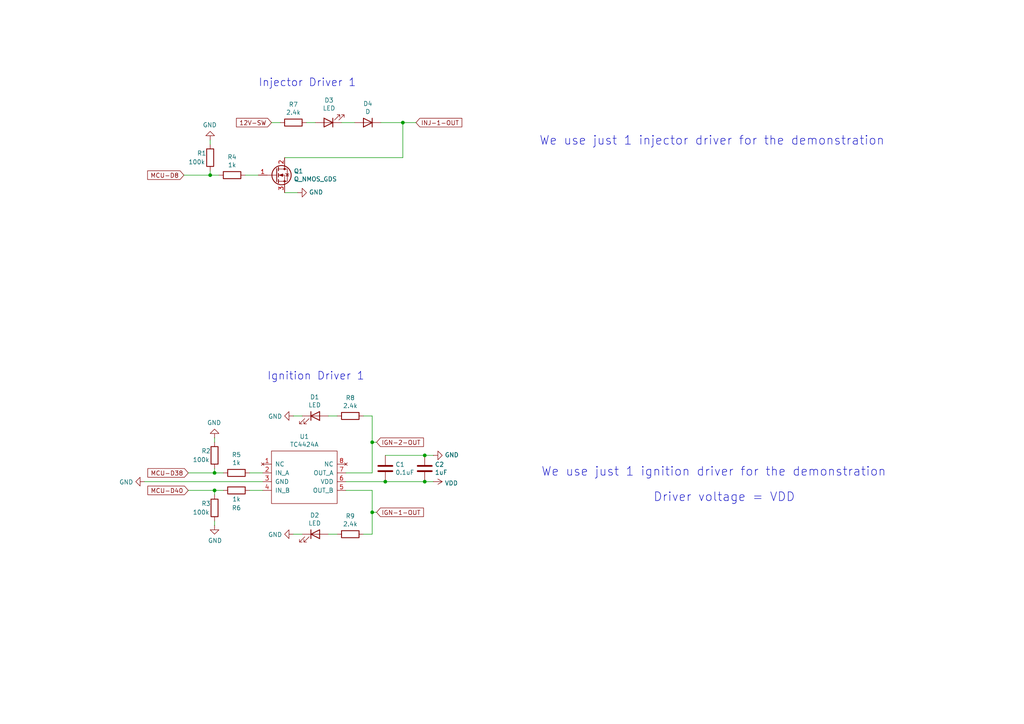
<source format=kicad_sch>
(kicad_sch (version 20231120) (generator "eeschema") (generator_version "8.0")
  (paper "A4")
  (lib_symbols
    (symbol "Device:C" (pin_numbers hide) (pin_names (offset 0.254))
      (property "Reference" "C" (at 0.635 2.54 0))
      (property "Value" "C" (at 0.635 -2.54 0))
      (symbol "C_0_1"
        (polyline (pts (xy -2.032 -0.762) (xy 2.032 -0.762)) (stroke (width 0.508)))
        (polyline (pts (xy -2.032 0.762) (xy 2.032 0.762)) (stroke (width 0.508)))
      )
      (symbol "C_1_1"
        (pin passive line (at 0 3.81 270) (length 2.794) (name "~") (number "1"))
        (pin passive line (at 0 -3.81 90) (length 2.794) (name "~") (number "2"))
      )
    )
    (symbol "Device:D" (pin_numbers hide) (pin_names (offset 1.016) hide)
      (property "Reference" "D" (at 0 2.54 0))
      (property "Value" "D" (at 0 -2.54 0))
      (symbol "D_0_1"
        (polyline (pts (xy -1.27 1.27) (xy -1.27 -1.27)) (stroke (width 0.254)))
        (polyline (pts (xy 1.27 0) (xy -1.27 0)))
        (polyline (pts (xy 1.27 1.27) (xy 1.27 -1.27) (xy -1.27 0) (xy 1.27 1.27)) (stroke (width 0.254)))
      )
      (symbol "D_1_1"
        (pin passive line (at -3.81 0 0) (length 2.54) (name "K") (number "1"))
        (pin passive line (at 3.81 0 180) (length 2.54) (name "A") (number "2"))
      )
    )
    (symbol "Device:LED" (pin_numbers hide) (pin_names (offset 1.016) hide)
      (property "Reference" "D" (at 0 2.54 0))
      (property "Value" "LED" (at 0 -2.54 0))
      (symbol "LED_0_1"
        (polyline (pts (xy -1.27 -1.27) (xy -1.27 1.27)) (stroke (width 0.254)))
        (polyline (pts (xy -1.27 0) (xy 1.27 0)))
        (polyline (pts (xy 1.27 -1.27) (xy 1.27 1.27) (xy -1.27 0) (xy 1.27 -1.27)) (stroke (width 0.254)))
        (polyline (pts (xy -3.048 -0.762) (xy -4.572 -2.286) (xy -3.81 -2.286) (xy -4.572 -2.286) (xy -4.572 -1.524)))
        (polyline (pts (xy -1.778 -0.762) (xy -3.302 -2.286) (xy -2.54 -2.286) (xy -3.302 -2.286) (xy -3.302 -1.524)))
      )
      (symbol "LED_1_1"
        (pin passive line (at -3.81 0 0) (length 2.54) (name "K") (number "1"))
        (pin passive line (at 3.81 0 180) (length 2.54) (name "A") (number "2"))
      )
    )
    (symbol "Device:Q_NMOS_GDS" (pin_names (offset 0) hide)
      (property "Reference" "Q" (at 5.08 1.27 0))
      (property "Value" "Q_NMOS_GDS" (at 5.08 -1.27 0))
      (symbol "Q_NMOS_GDS_0_1"
        (polyline (pts (xy 0.254 0) (xy -2.54 0)))
        (polyline (pts (xy 0.254 1.905) (xy 0.254 -1.905)) (stroke (width 0.254)))
        (polyline (pts (xy 0.762 -1.27) (xy 0.762 -2.286)) (stroke (width 0.254)))
        (polyline (pts (xy 0.762 0.508) (xy 0.762 -0.508)) (stroke (width 0.254)))
        (polyline (pts (xy 0.762 2.286) (xy 0.762 1.27)) (stroke (width 0.254)))
        (polyline (pts (xy 2.54 2.54) (xy 2.54 1.778)))
        (polyline (pts (xy 2.54 -2.54) (xy 2.54 0) (xy 0.762 0)))
        (polyline (pts (xy 0.762 -1.778) (xy 3.302 -1.778) (xy 3.302 1.778) (xy 0.762 1.778)))
        (polyline (pts (xy 1.016 0) (xy 2.032 0.381) (xy 2.032 -0.381) (xy 1.016 0)) (fill (type outline)))
        (polyline (pts (xy 2.794 0.508) (xy 2.921 0.381) (xy 3.683 0.381) (xy 3.81 0.254)))
        (polyline (pts (xy 3.302 0.381) (xy 2.921 -0.254) (xy 3.683 -0.254) (xy 3.302 0.381)))
        (circle (center 1.651 0) (radius 2.794) (stroke (width 0.254)))
        (circle (center 2.54 -1.778) (radius 0.254) (fill (type outline)))
        (circle (center 2.54 1.778) (radius 0.254) (fill (type outline)))
      )
      (symbol "Q_NMOS_GDS_1_1"
        (pin input line (at -5.08 0 0) (length 2.54) (name "G") (number "1"))
        (pin passive line (at 2.54 5.08 270) (length 2.54) (name "D") (number "2"))
        (pin passive line (at 2.54 -5.08 90) (length 2.54) (name "S") (number "3"))
      )
    )
    (symbol "Device:R" (pin_numbers hide) (pin_names (offset 0))
      (property "Reference" "R" (at 2.032 0 90))
      (property "Value" "R" (at 0 0 90))
      (symbol "R_0_1"
        (rectangle (start -1.016 -2.54) (end 1.016 2.54) (stroke (width 0.254)))
      )
      (symbol "R_1_1"
        (pin passive line (at 0 3.81 270) (length 1.27) (name "~") (number "1"))
        (pin passive line (at 0 -3.81 90) (length 1.27) (name "~") (number "2"))
      )
    )
    (symbol "IC_Automotive:TC4424A" (pin_names (offset 1.016))
      (property "Reference" "U" (at -7.62 38.1 0))
      (property "Value" "IC_Automotive_TC4424A" (at -15.24 38.1 0))
      (symbol "TC4424A_0_1"
        (rectangle (start -25.4 36.83) (end -6.35 21.59))
      )
      (symbol "TC4424A_1_1"
        (pin no_connect line (at -27.94 33.02 0) (length 2.54) (name "NC") (number "1"))
        (pin input line (at -27.94 30.48 0) (length 2.54) (name "IN_A") (number "2"))
        (pin power_in line (at -27.94 27.94 0) (length 2.54) (name "GND") (number "3"))
        (pin input line (at -27.94 25.4 0) (length 2.54) (name "IN_B") (number "4"))
        (pin input line (at -3.81 25.4 180) (length 2.54) (name "OUT_B") (number "5"))
        (pin power_in line (at -3.81 27.94 180) (length 2.54) (name "VDD") (number "6"))
        (pin output line (at -3.81 30.48 180) (length 2.54) (name "OUT_A") (number "7"))
        (pin no_connect line (at -3.81 33.02 180) (length 2.54) (name "NC") (number "8"))
      )
    )
    (symbol "power:GND" (power) (pin_numbers hide) (pin_names (offset 0) hide)
      (property "Value" "GND" (at 0 -3.81 0))
      (symbol "GND_0_1"
        (polyline (pts (xy 0 0) (xy 0 -1.27) (xy 1.27 -1.27) (xy 0 -2.54) (xy -1.27 -1.27) (xy 0 -1.27)))
      )
      (symbol "GND_1_1"
        (pin power_in line (at 0 0 270) (length 0) (name "~") (number "1"))
      )
    )
    (symbol "power:VDD" (power) (pin_numbers hide) (pin_names (offset 0) hide)
      (property "Value" "VDD" (at 0 3.556 0))
      (symbol "VDD_0_1"
        (polyline (pts (xy -0.762 1.27) (xy 0 2.54)))
        (polyline (pts (xy 0 0) (xy 0 2.54)))
        (polyline (pts (xy 0 2.54) (xy 0.762 1.27)))
      )
      (symbol "VDD_1_1"
        (pin power_in line (at 0 0 90) (length 0) (name "~") (number "1"))
      )
    )
  )
  (junction (at 123.19 132.08))
  (junction (at 123.19 139.7))
  (junction (at 107.95 148.59))
  (junction (at 62.23 142.24))
  (junction (at 60.96 50.8))
  (junction (at 116.84 35.56))
  (junction (at 107.95 128.27))
  (junction (at 111.76 139.7))
  (junction (at 62.23 137.16))
  (wire (pts (xy 107.95 148.59) (xy 107.95 142.24)))
  (wire (pts (xy 72.39 137.16) (xy 76.2 137.16)))
  (wire (pts (xy 62.23 137.16) (xy 64.77 137.16)))
  (wire (pts (xy 107.95 142.24) (xy 100.33 142.24)))
  (wire (pts (xy 107.95 128.27) (xy 107.95 137.16)))
  (wire (pts (xy 120.65 35.56) (xy 116.84 35.56)))
  (wire (pts (xy 60.96 41.91) (xy 60.96 40.64)))
  (wire (pts (xy 62.23 135.89) (xy 62.23 137.16)))
  (wire (pts (xy 76.2 139.7) (xy 41.91 139.7)))
  (wire (pts (xy 85.09 120.65) (xy 87.63 120.65)))
  (wire (pts (xy 109.22 148.59) (xy 107.95 148.59)))
  (wire (pts (xy 53.34 50.8) (xy 60.96 50.8)))
  (wire (pts (xy 60.96 49.53) (xy 60.96 50.8)))
  (wire (pts (xy 82.55 45.72) (xy 116.84 45.72)))
  (wire (pts (xy 116.84 45.72) (xy 116.84 35.56)))
  (wire (pts (xy 123.19 139.7) (xy 111.76 139.7)))
  (wire (pts (xy 64.77 142.24) (xy 62.23 142.24)))
  (wire (pts (xy 123.19 132.08) (xy 111.76 132.08)))
  (wire (pts (xy 85.09 154.94) (xy 87.63 154.94)))
  (wire (pts (xy 54.61 142.24) (xy 62.23 142.24)))
  (wire (pts (xy 105.41 120.65) (xy 107.95 120.65)))
  (wire (pts (xy 125.73 132.08) (xy 123.19 132.08)))
  (wire (pts (xy 60.96 50.8) (xy 63.5 50.8)))
  (wire (pts (xy 99.06 35.56) (xy 102.87 35.56)))
  (wire (pts (xy 95.25 154.94) (xy 97.79 154.94)))
  (wire (pts (xy 111.76 139.7) (xy 100.33 139.7)))
  (wire (pts (xy 82.55 55.88) (xy 86.36 55.88)))
  (wire (pts (xy 62.23 152.4) (xy 62.23 151.13)))
  (wire (pts (xy 71.12 50.8) (xy 74.93 50.8)))
  (wire (pts (xy 105.41 154.94) (xy 107.95 154.94)))
  (wire (pts (xy 107.95 154.94) (xy 107.95 148.59)))
  (wire (pts (xy 54.61 137.16) (xy 62.23 137.16)))
  (wire (pts (xy 78.74 35.56) (xy 81.28 35.56)))
  (wire (pts (xy 109.22 128.27) (xy 107.95 128.27)))
  (wire (pts (xy 95.25 120.65) (xy 97.79 120.65)))
  (wire (pts (xy 62.23 128.27) (xy 62.23 127)))
  (wire (pts (xy 125.73 139.7) (xy 123.19 139.7)))
  (wire (pts (xy 88.9 35.56) (xy 91.44 35.56)))
  (wire (pts (xy 107.95 137.16) (xy 100.33 137.16)))
  (wire (pts (xy 107.95 120.65) (xy 107.95 128.27)))
  (wire (pts (xy 62.23 142.24) (xy 62.23 143.51)))
  (wire (pts (xy 72.39 142.24) (xy 76.2 142.24)))
  (wire (pts (xy 110.49 35.56) (xy 116.84 35.56)))
  (text "Ignition Driver 1" (at 77.47 110.49 0) (effects (font (size 2.2606 2.2606)) (justify left bottom)))
  (text "We use just 1 injector driver for the demonstration" (at 206.502 40.894 0) (effects (font (size 2.54 2.54))))
  (text "We use just 1 ignition driver for the demonstration" (at 207.01 136.906 0) (effects (font (size 2.54 2.54))))
  (text "Injector Driver 1" (at 74.93 25.4 0) (effects (font (size 2.2606 2.2606)) (justify left bottom)))
  (text "Driver voltage = VDD" (at 210.058 144.272 0) (effects (font (size 2.54 2.54))))
  (global_label "IGN-1-OUT" (shape input) (at 109.22 148.59 0) (property "Intersheetrefs" "${INTERSHEET_REFS}" (effects (hide yes))))
  (global_label "MCU-D8" (shape input) (at 53.34 50.8 180) (property "Intersheetrefs" "${INTERSHEET_REFS}" (effects (hide yes))))
  (global_label "12V-SW" (shape input) (at 78.74 35.56 180) (property "Intersheetrefs" "${INTERSHEET_REFS}" (effects (hide yes))))
  (global_label "MCU-D40" (shape input) (at 54.61 142.24 180) (property "Intersheetrefs" "${INTERSHEET_REFS}" (effects (hide yes))))
  (global_label "INJ-1-OUT" (shape input) (at 120.65 35.56 0) (property "Intersheetrefs" "${INTERSHEET_REFS}" (effects (hide yes))))
  (global_label "IGN-2-OUT" (shape input) (at 109.22 128.27 0) (property "Intersheetrefs" "${INTERSHEET_REFS}" (effects (hide yes))))
  (global_label "MCU-D38" (shape input) (at 54.61 137.16 180) (property "Intersheetrefs" "${INTERSHEET_REFS}" (effects (hide yes))))
  (symbol (lib_id "Device:R") (at 68.58 142.24 270) (unit 1)
    (property "Reference" "R6" (at 68.58 147.32 90))
    (property "Value" "1k" (at 68.58 144.78 90))
    (property "Footprint" "Resistor_THT:R_Axial_DIN0204_L3.6mm_D1.6mm_P5.08mm_Horizontal" (effects (hide yes)))
    (property "Digikey Part Number" "BC1.00KXCT-ND" (effects (hide yes)))
    (property "Manufacturer_Name" "Vishay" (effects (hide yes)))
    (property "Manufacturer_Part_Number" "MBA02040C1001FRP00" (effects (hide yes)))
  )
  (symbol (lib_id "Device:Q_NMOS_GDS") (at 80.01 50.8 0) (unit 1)
    (property "Reference" "Q1" (at 85.1916 49.6316 0) (effects (justify left)))
    (property "Value" "Q_NMOS_GDS" (at 85.1916 51.943 0) (effects (justify left)))
    (property "Footprint" "Package_TO_SOT_THT:TO-220-3_Horizontal_TabDown" (effects (hide yes)))
    (property "Digikey Part Number" "497-5896-5-ND" (effects (hide yes)))
    (property "Manufacturer_Name" "ST" (effects (hide yes)))
    (property "Manufacturer_Part_Number" "STP62NS04Z" (effects (hide yes)))
  )
  (symbol (lib_id "Device:LED") (at 95.25 35.56 180) (unit 1)
    (property "Reference" "D3" (at 95.4278 29.083 0))
    (property "Value" "LED" (at 95.4278 31.3944 0))
    (property "Footprint" "LED_THT:LED_D3.0mm" (effects (hide yes)))
    (property "Digikey Part Number" "732-5005-ND" (effects (hide yes)))
    (property "Manufacturer_Name" "Wurth" (effects (hide yes)))
    (property "Manufacturer_Part_Number" "151031SS04000" (effects (hide yes)))
    (property "URL" "https://www.digikey.com.au/product-detail/en/w%C3%BCrth-elektronik/151031SS04000/732-5005-ND/4489979" (effects (hide yes)))
  )
  (symbol (lib_id "Device:LED") (at 91.44 154.94 0) (unit 1)
    (property "Reference" "D2" (at 91.2622 149.4536 0))
    (property "Value" "LED" (at 91.2622 151.765 0))
    (property "Footprint" "LED_THT:LED_D3.0mm" (effects (hide yes)))
    (property "Digikey Part Number" "732-5005-ND" (effects (hide yes)))
    (property "Manufacturer_Name" "Wurth" (effects (hide yes)))
    (property "Manufacturer_Part_Number" "151031SS04000" (effects (hide yes)))
    (property "URL" "https://www.digikey.com.au/product-detail/en/w%C3%BCrth-elektronik/151031SS04000/732-5005-ND/4489979" (effects (hide yes)))
  )
  (symbol (lib_id "Device:R") (at 60.96 45.72 180) (unit 1)
    (property "Reference" "R1" (at 57.15 44.45 0) (effects (justify right)))
    (property "Value" "100k" (at 54.61 46.99 0) (effects (justify right)))
    (property "Footprint" "Resistor_THT:R_Axial_DIN0204_L3.6mm_D1.6mm_P5.08mm_Horizontal" (effects (hide yes)))
    (property "Digikey Part Number" "BC3240CT-ND" (effects (hide yes)))
    (property "Manufacturer_Name" "Vishay" (effects (hide yes)))
    (property "Manufacturer_Part_Number" "MBA02040C1003FCT00" (effects (hide yes)))
    (property "URL" "https://www.digikey.com.au/product-detail/en/vishay-beyschlag-draloric-bc-components/MBA02040C1003FCT00/BC3240CT-ND/6138743" (effects (hide yes)))
  )
  (symbol (lib_id "Device:R") (at 62.23 132.08 180) (unit 1)
    (property "Reference" "R2" (at 58.42 130.81 0) (effects (justify right)))
    (property "Value" "100k" (at 55.88 133.35 0) (effects (justify right)))
    (property "Footprint" "Resistor_THT:R_Axial_DIN0204_L3.6mm_D1.6mm_P5.08mm_Horizontal" (effects (hide yes)))
    (property "Digikey Part Number" "BC3240CT-ND" (effects (hide yes)))
    (property "Manufacturer_Name" "Vishay" (effects (hide yes)))
    (property "Manufacturer_Part_Number" "MBA02040C1003FCT00" (effects (hide yes)))
    (property "URL" "https://www.digikey.com.au/product-detail/en/vishay-beyschlag-draloric-bc-components/MBA02040C1003FCT00/BC3240CT-ND/6138743" (effects (hide yes)))
  )
  (symbol (lib_id "power:GND") (at 62.23 152.4 0) (unit 1)
    (property "Reference" "#PWR06" (effects (hide yes)))
    (property "Value" "GND" (at 62.357 156.7942 0))
  )
  (symbol (lib_id "Device:R") (at 85.09 35.56 270) (unit 1)
    (property "Reference" "R7" (at 85.09 30.3022 90))
    (property "Value" "2.4k" (at 85.09 32.6136 90))
    (property "Footprint" "Resistor_THT:R_Axial_DIN0204_L3.6mm_D1.6mm_P5.08mm_Horizontal" (effects (hide yes)))
    (property "Digikey Part Number" "BC3483CT-ND" (effects (hide yes)))
    (property "Manufacturer_Name" "Vishay" (effects (hide yes)))
    (property "Manufacturer_Part_Number" "MBA02040C2401FC100" (effects (hide yes)))
    (property "URL" "https://www.digikey.com.au/product-detail/en/vishay-beyschlag-draloric-bc-components/MBA02040C2401FC100/BC3483CT-ND/7350913" (effects (hide yes)))
  )
  (symbol (lib_id "power:VDD") (at 125.73 139.7 270) (unit 1)
    (property "Reference" "#PWR011" (effects (hide yes)))
    (property "Value" "VDD" (at 128.9812 140.1318 90) (effects (justify left)))
  )
  (symbol (lib_id "power:GND") (at 62.23 127 180) (unit 1)
    (property "Reference" "#PWR05" (effects (hide yes)))
    (property "Value" "GND" (at 62.103 122.6058 0))
  )
  (symbol (lib_id "Device:C") (at 123.19 135.89 0) (unit 1)
    (property "Reference" "C2" (at 126.111 134.7216 0) (effects (justify left)))
    (property "Value" "1uF" (at 126.111 137.033 0) (effects (justify left)))
    (property "Footprint" "Capacitor_THT:C_Disc_D5.0mm_W2.5mm_P2.50mm" (effects (hide yes)))
    (property "Digikey Part Number" "445-180543-1-ND" (effects (hide yes)))
    (property "Manufacturer_Name" "TDK" (effects (hide yes)))
    (property "Manufacturer_Part_Number" "FA18X7R1E105KRU06" (effects (hide yes)))
    (property "URL" "https://www.digikey.com.au/product-detail/en/tdk-corporation/FA18X7R1E105KRU06/445-180543-1-ND/9560669" (effects (hide yes)))
  )
  (symbol (lib_id "power:GND") (at 85.09 120.65 270) (unit 1)
    (property "Reference" "#PWR07" (effects (hide yes)))
    (property "Value" "GND" (at 81.8388 120.777 90) (effects (justify right)))
  )
  (symbol (lib_id "power:GND") (at 60.96 40.64 180) (unit 1)
    (property "Reference" "#PWR04" (effects (hide yes)))
    (property "Value" "GND" (at 60.833 36.2458 0))
  )
  (symbol (lib_id "Device:R") (at 68.58 137.16 270) (unit 1)
    (property "Reference" "R5" (at 68.58 131.9022 90))
    (property "Value" "1k" (at 68.58 134.2136 90))
    (property "Footprint" "Resistor_THT:R_Axial_DIN0204_L3.6mm_D1.6mm_P5.08mm_Horizontal" (effects (hide yes)))
    (property "Digikey Part Number" "BC1.00KXCT-ND" (effects (hide yes)))
    (property "Manufacturer_Name" "Vishay" (effects (hide yes)))
    (property "Manufacturer_Part_Number" "MBA02040C1001FRP00" (effects (hide yes)))
  )
  (symbol (lib_id "Device:LED") (at 91.44 120.65 0) (unit 1)
    (property "Reference" "D1" (at 91.2622 115.1636 0))
    (property "Value" "LED" (at 91.2622 117.475 0))
    (property "Footprint" "LED_THT:LED_D3.0mm" (effects (hide yes)))
    (property "Digikey Part Number" "732-5005-ND" (effects (hide yes)))
    (property "Manufacturer_Name" "Wurth" (effects (hide yes)))
    (property "Manufacturer_Part_Number" "151031SS04000" (effects (hide yes)))
    (property "URL" "https://www.digikey.com.au/product-detail/en/w%C3%BCrth-elektronik/151031SS04000/732-5005-ND/4489979" (effects (hide yes)))
  )
  (symbol (lib_id "Device:C") (at 111.76 135.89 0) (unit 1)
    (property "Reference" "C1" (at 114.681 134.7216 0) (effects (justify left)))
    (property "Value" "0.1uF" (at 114.681 137.033 0) (effects (justify left)))
    (property "Footprint" "Capacitor_THT:C_Disc_D5.0mm_W2.5mm_P2.50mm" (effects (hide yes)))
    (property "Digikey Part Number" "445-180563-1-ND" (effects (hide yes)))
    (property "Manufacturer_Name" "TDK" (effects (hide yes)))
    (property "Manufacturer_Part_Number" "FA18X8R1E104KNU06" (effects (hide yes)))
    (property "URL" "https://www.digikey.com.au/product-detail/en/tdk-corporation/FA18X8R1E104KNU06/445-180563-1-ND/9560689" (effects (hide yes)))
  )
  (symbol (lib_id "power:GND") (at 41.91 139.7 270) (unit 1)
    (property "Reference" "#PWR03" (effects (hide yes)))
    (property "Value" "GND" (at 38.6588 139.827 90) (effects (justify right)))
  )
  (symbol (lib_id "Device:R") (at 101.6 120.65 270) (unit 1)
    (property "Reference" "R8" (at 101.6 115.3922 90))
    (property "Value" "2.4k" (at 101.6 117.7036 90))
    (property "Footprint" "Resistor_THT:R_Axial_DIN0204_L3.6mm_D1.6mm_P5.08mm_Horizontal" (effects (hide yes)))
    (property "Digikey Part Number" "BC3483CT-ND" (effects (hide yes)))
    (property "Manufacturer_Name" "Vishay" (effects (hide yes)))
    (property "Manufacturer_Part_Number" "MBA02040C2401FC100" (effects (hide yes)))
    (property "URL" "https://www.digikey.com.au/product-detail/en/vishay-beyschlag-draloric-bc-components/MBA02040C2401FC100/BC3483CT-ND/7350913" (effects (hide yes)))
  )
  (symbol (lib_id "Device:R") (at 67.31 50.8 270) (unit 1)
    (property "Reference" "R4" (at 67.31 45.5422 90))
    (property "Value" "1k" (at 67.31 47.8536 90))
    (property "Footprint" "Resistor_THT:R_Axial_DIN0204_L3.6mm_D1.6mm_P5.08mm_Horizontal" (effects (hide yes)))
    (property "Digikey Part Number" "BC1.00KXCT-ND" (effects (hide yes)))
    (property "Manufacturer_Name" "Vishay" (effects (hide yes)))
    (property "Manufacturer_Part_Number" "MBA02040C1001FRP00" (effects (hide yes)))
  )
  (symbol (lib_id "power:GND") (at 125.73 132.08 90) (unit 1)
    (property "Reference" "#PWR010" (effects (hide yes)))
    (property "Value" "GND" (at 128.9812 131.953 90) (effects (justify right)))
  )
  (symbol (lib_id "power:GND") (at 85.09 154.94 270) (unit 1)
    (property "Reference" "#PWR08" (effects (hide yes)))
    (property "Value" "GND" (at 81.8388 155.067 90) (effects (justify right)))
  )
  (symbol (lib_id "Device:D") (at 106.68 35.56 180) (unit 1)
    (property "Reference" "D4" (at 106.68 30.0736 0))
    (property "Value" "D" (at 106.68 32.385 0))
    (property "Footprint" "Diode_THT:D_DO-35_SOD27_P7.62mm_Horizontal" (effects (hide yes)))
    (property "Digikey Part Number" "1N914TAPGICT-ND" (effects (hide yes)))
    (property "Manufacturer_Name" "Vishay" (effects (hide yes)))
    (property "Manufacturer_Part_Number" "1N914TAP" (effects (hide yes)))
    (property "URL" "https://www.digikey.com.au/product-detail/en/vishay-general-semiconductor-diodes-division/1N914TAP/1N914TAPGICT-ND/8564478" (effects (hide yes)))
  )
  (symbol (lib_id "Device:R") (at 101.6 154.94 270) (unit 1)
    (property "Reference" "R9" (at 101.6 149.6822 90))
    (property "Value" "2.4k" (at 101.6 151.9936 90))
    (property "Footprint" "Resistor_THT:R_Axial_DIN0204_L3.6mm_D1.6mm_P5.08mm_Horizontal" (effects (hide yes)))
    (property "Digikey Part Number" "BC3483CT-ND" (effects (hide yes)))
    (property "Manufacturer_Name" "Vishay" (effects (hide yes)))
    (property "Manufacturer_Part_Number" "MBA02040C2401FC100" (effects (hide yes)))
    (property "URL" "https://www.digikey.com.au/product-detail/en/vishay-beyschlag-draloric-bc-components/MBA02040C2401FC100/BC3483CT-ND/7350913" (effects (hide yes)))
  )
  (symbol (lib_id "power:GND") (at 86.36 55.88 90) (unit 1)
    (property "Reference" "#PWR09" (effects (hide yes)))
    (property "Value" "GND" (at 89.6112 55.753 90) (effects (justify right)))
  )
  (symbol (lib_id "Device:R") (at 62.23 147.32 180) (unit 1)
    (property "Reference" "R3" (at 58.42 146.05 0) (effects (justify right)))
    (property "Value" "100k" (at 55.88 148.59 0) (effects (justify right)))
    (property "Footprint" "Resistor_THT:R_Axial_DIN0204_L3.6mm_D1.6mm_P5.08mm_Horizontal" (effects (hide yes)))
    (property "Digikey Part Number" "BC3240CT-ND" (effects (hide yes)))
    (property "Manufacturer_Name" "Vishay" (effects (hide yes)))
    (property "Manufacturer_Part_Number" "MBA02040C1003FCT00" (effects (hide yes)))
    (property "URL" "https://www.digikey.com.au/product-detail/en/vishay-beyschlag-draloric-bc-components/MBA02040C1003FCT00/BC3240CT-ND/6138743" (effects (hide yes)))
  )
  (symbol (lib_id "IC_Automotive:TC4424A") (at 104.14 167.64 0) (unit 1)
    (property "Reference" "U1" (at 88.265 126.619 0))
    (property "Value" "TC4424A" (at 88.265 128.9304 0))
    (property "Footprint" "Package_DIP:DIP-8_W7.62mm_Socket" (effects (hide yes)))
    (property "Digikey Part Number" "TC4424AVPA-ND" (effects (hide yes)))
    (property "Manufacturer_Name" "Microchip" (effects (hide yes)))
    (property "Manufacturer_Part_Number" "TC4424AVPA" (effects (hide yes)))
    (property "URL" "https://www.digikey.com.au/product-detail/en/microchip-technology/TC4424AVPA/TC4424AVPA-ND/1098910" (effects (hide yes)))
  )
)
</source>
